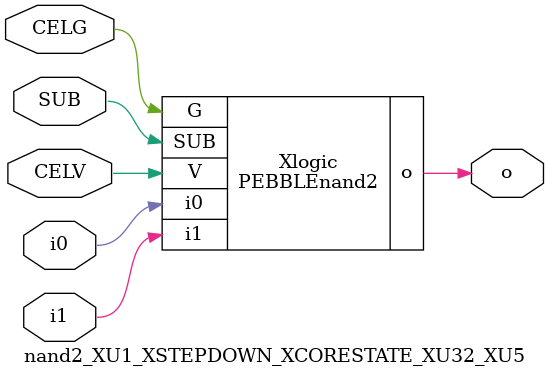
<source format=v>



module PEBBLEnand2 ( o, G, SUB, V, i0, i1 );

  input i0;
  input V;
  input i1;
  input G;
  output o;
  input SUB;
endmodule

//Celera Confidential Do Not Copy nand2_XU1_XSTEPDOWN_XCORESTATE_XU32_XU5
//Celera Confidential Symbol Generator
//5V NAND2
module nand2_XU1_XSTEPDOWN_XCORESTATE_XU32_XU5 (CELV,CELG,i0,i1,o,SUB);
input CELV;
input CELG;
input i0;
input i1;
input SUB;
output o;

//Celera Confidential Do Not Copy nand2
PEBBLEnand2 Xlogic(
.V (CELV),
.i0 (i0),
.i1 (i1),
.o (o),
.SUB (SUB),
.G (CELG)
);
//,diesize,PEBBLEnand2

//Celera Confidential Do Not Copy Module End
//Celera Schematic Generator
endmodule

</source>
